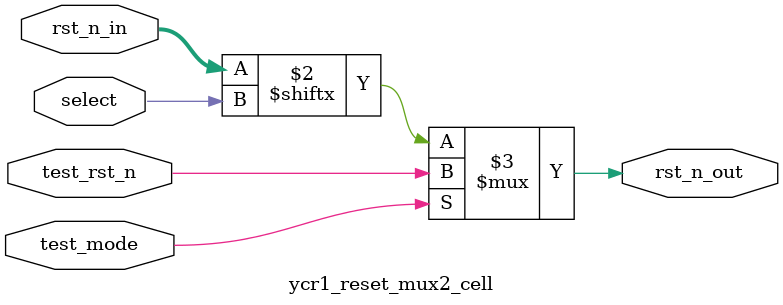
<source format=sv>

module ycr1_reset_buf_cell (
    input   logic           rst_n,
    input   logic           clk,
    input   logic           test_mode,
    input   logic           test_rst_n,
    input   logic           reset_n_in,
    output  logic           reset_n_out,
    output  logic           reset_n_status
);

logic       reset_n_ff;
logic       reset_n_status_ff;
logic       rst_n_mux;

assign rst_n_mux = (test_mode == 1'b1) ? test_rst_n : rst_n;

always_ff @(negedge rst_n_mux, posedge clk) begin
    if (~rst_n_mux) begin
        reset_n_ff <= 1'b0;
    end else begin
        reset_n_ff <= reset_n_in;
    end
end

assign reset_n_out = (test_mode == 1'b1) ? test_rst_n : reset_n_ff;

always_ff @(negedge rst_n_mux, posedge clk) begin
    if (~rst_n_mux) begin
        reset_n_status_ff <= 1'b0;
    end else begin
        reset_n_status_ff <= reset_n_in;
    end
end
assign reset_n_status = reset_n_status_ff;

endmodule : ycr1_reset_buf_cell

//--------------------------------------------------------------------
// Reset CDC Synchronization Cell
//--------------------------------------------------------------------
module ycr1_reset_sync_cell #(
    parameter int unsigned STAGES_AMOUNT = 2
) (
    input   logic           rst_n,
    input   logic           clk,
    input   logic           test_rst_n,
    input   logic           test_mode,
    input   logic           rst_n_in,
    output  logic           rst_n_out
);

logic [STAGES_AMOUNT-1:0]   rst_n_dff;
logic                       local_rst_n_in;

assign local_rst_n_in = (test_mode == 1'b1) ? test_rst_n : rst_n;

generate

if (STAGES_AMOUNT == 1)

begin : gen_reset_sync_cell_single
    always_ff @(negedge local_rst_n_in, posedge clk) begin
        if (~local_rst_n_in) begin
            rst_n_dff <= 1'b0;
        end else begin
            rst_n_dff <= rst_n_in;
        end
    end
end : gen_reset_sync_cell_single

else // STAGES_AMOUNT > 1

begin : gen_reset_sync_cell_multi
    always_ff @(negedge local_rst_n_in, posedge clk)
    begin
        if (~local_rst_n_in) begin
            rst_n_dff <= '0;
        end else begin
            rst_n_dff <= {rst_n_dff[STAGES_AMOUNT-2:0], rst_n_in};
        end
    end
end : gen_reset_sync_cell_multi

endgenerate

assign rst_n_out = (test_mode == 1'b1) ? test_rst_n : rst_n_dff[STAGES_AMOUNT-1];

endmodule : ycr1_reset_sync_cell

//--------------------------------------------------------------------
// Data CDC/RDC Synchronization Cell
//--------------------------------------------------------------------
module ycr1_data_sync_cell #(
    parameter int unsigned  STAGES_AMOUNT = 1
) (
    input   logic           rst_n,
    input   logic           clk,
    input   logic           data_in,
    output  logic           data_out
);

logic [STAGES_AMOUNT-1:0] data_dff;

generate

if (STAGES_AMOUNT == 1)

begin : gen_data_sync_cell_single
    always_ff @(negedge rst_n, posedge clk)
    begin
        if (~rst_n) begin
            data_dff <= 1'b0;
        end else begin
            data_dff <= data_in;
        end
    end
end : gen_data_sync_cell_single

else // STAGES_AMOUNT > 1

begin : gen_data_sync_cell_multi
    always_ff @(negedge rst_n, posedge clk)
    begin
        if (~rst_n) begin
            data_dff <= '0;
        end else begin
            data_dff <= {data_dff[STAGES_AMOUNT-2:0], data_in};
        end
    end
end : gen_data_sync_cell_multi

endgenerate

assign data_out = data_dff[STAGES_AMOUNT-1];

endmodule : ycr1_data_sync_cell

//--------------------------------------------------------------------
// Reset / RDC Qualifyer Adapter Cell
//   (Reset Generation Cell w/ RDC Qualifyer Adaptation circuitry)
//--------------------------------------------------------------------
// Total stages amount =
//    1 Front Sync stage \
//  + 1 (delay introduced by the reset output buffer register)
//--------------------------------------------------------------------
module ycr1_reset_qlfy_adapter_cell_sync (
    input   logic           rst_n,
    input   logic           clk,
    input   logic           test_rst_n,
    input   logic           test_mode,
    input   logic           reset_n_in_sync,
    output  logic           reset_n_out_qlfy,
    output  logic           reset_n_out,
    output  logic           reset_n_status
);

logic rst_n_mux;
logic reset_n_front_ff;

// Front sync stage
assign rst_n_mux = (test_mode == 1'b1) ? test_rst_n : rst_n;

always_ff @(negedge rst_n_mux, posedge clk) begin
    if (~rst_n_mux) begin
        reset_n_front_ff    <= 1'b0;
    end else begin
        reset_n_front_ff    <= reset_n_in_sync;
    end
end

//   Sync reset output for all reset qualifier chains targeting this reset domain
// (for reset-domain-crossings with the given reset domain as a destination).
assign reset_n_out_qlfy = reset_n_front_ff;

// Reset output buffer
ycr1_reset_buf_cell
i_reset_output_buf (
    .rst_n              (rst_n),
    .clk                (clk),
    .test_mode          (test_mode),
    .test_rst_n         (test_rst_n),
    .reset_n_in         (reset_n_front_ff),
    .reset_n_out        (reset_n_out),
    .reset_n_status     (reset_n_status)
);

endmodule : ycr1_reset_qlfy_adapter_cell_sync

module ycr1_reset_and2_cell (
    input   logic [1:0]     rst_n_in,
    input   logic           test_rst_n,
    input   logic           test_mode,
    output  logic           rst_n_out
);

assign rst_n_out = (test_mode == 1'b1) ? test_rst_n : (&rst_n_in);

endmodule : ycr1_reset_and2_cell


module ycr1_reset_and3_cell (
    input   logic [2:0]     rst_n_in,
    input   logic           test_rst_n,
    input   logic           test_mode,
    output  logic           rst_n_out
);

assign rst_n_out = (test_mode == 1'b1) ? test_rst_n : (&rst_n_in);

endmodule : ycr1_reset_and3_cell


module ycr1_reset_mux2_cell (
    input   logic [1:0]     rst_n_in,
    input   logic           select,
    input   logic           test_rst_n,
    input   logic           test_mode,
    output  logic           rst_n_out
);

assign rst_n_out = (test_mode == 1'b1) ? test_rst_n : rst_n_in[select];

endmodule : ycr1_reset_mux2_cell

</source>
